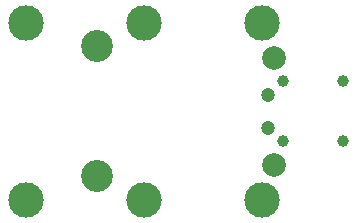
<source format=gbr>
%TF.GenerationSoftware,KiCad,Pcbnew,6.0.2+dfsg-1~bpo11+1*%
%TF.CreationDate,2022-03-18T18:50:32+00:00*%
%TF.ProjectId,TFHT01B,54464854-3031-4422-9e6b-696361645f70,rev?*%
%TF.SameCoordinates,Original*%
%TF.FileFunction,NonPlated,1,2,NPTH,Drill*%
%TF.FilePolarity,Positive*%
%FSLAX46Y46*%
G04 Gerber Fmt 4.6, Leading zero omitted, Abs format (unit mm)*
G04 Created by KiCad (PCBNEW 6.0.2+dfsg-1~bpo11+1) date 2022-03-18 18:50:32*
%MOMM*%
%LPD*%
G01*
G04 APERTURE LIST*
%TA.AperFunction,ComponentDrill*%
%ADD10C,1.000000*%
%TD*%
%TA.AperFunction,ComponentDrill*%
%ADD11C,1.200000*%
%TD*%
%TA.AperFunction,ComponentDrill*%
%ADD12C,2.000000*%
%TD*%
%TA.AperFunction,ComponentDrill*%
%ADD13C,2.700000*%
%TD*%
%TA.AperFunction,ComponentDrill*%
%ADD14C,3.000000*%
%TD*%
G04 APERTURE END LIST*
D10*
%TO.C,M7*%
X24250000Y10050000D03*
X24250000Y4950000D03*
X29350000Y10050000D03*
X29350000Y4950000D03*
D11*
%TO.C,REF\u002A\u002A*%
X23000000Y8866667D03*
X23000000Y6133334D03*
D12*
X23500000Y12000000D03*
X23500000Y3000000D03*
D13*
%TO.C,D2*%
X8500000Y13000000D03*
%TO.C,D3*%
X8500000Y2000000D03*
D14*
%TO.C,M6*%
X2500000Y15000000D03*
%TO.C,M3*%
X2500000Y0D03*
%TO.C,M4*%
X12500000Y15000000D03*
%TO.C,M2*%
X12500000Y0D03*
%TO.C,M1*%
X22500000Y15000000D03*
%TO.C,M5*%
X22500000Y0D03*
M02*

</source>
